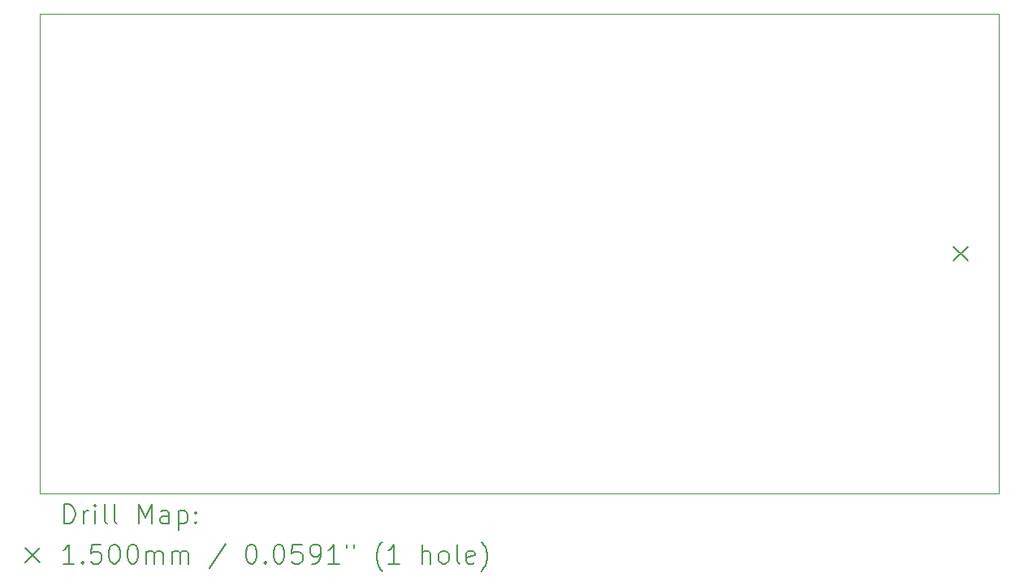
<source format=gbr>
%FSLAX45Y45*%
G04 Gerber Fmt 4.5, Leading zero omitted, Abs format (unit mm)*
G04 Created by KiCad (PCBNEW (6.0.0)) date 2022-01-21 17:22:49*
%MOMM*%
%LPD*%
G01*
G04 APERTURE LIST*
%TA.AperFunction,Profile*%
%ADD10C,0.100000*%
%TD*%
%ADD11C,0.200000*%
%ADD12C,0.150000*%
G04 APERTURE END LIST*
D10*
X20000000Y-15000000D02*
X10000000Y-15000000D01*
X10000000Y-15000000D02*
X10000000Y-10000000D01*
X10000000Y-10000000D02*
X20000000Y-10000000D01*
X20000000Y-10000000D02*
X20000000Y-15000000D01*
D11*
D12*
X19525000Y-12425000D02*
X19675000Y-12575000D01*
X19675000Y-12425000D02*
X19525000Y-12575000D01*
D11*
X10252619Y-15315476D02*
X10252619Y-15115476D01*
X10300238Y-15115476D01*
X10328810Y-15125000D01*
X10347857Y-15144048D01*
X10357381Y-15163095D01*
X10366905Y-15201190D01*
X10366905Y-15229762D01*
X10357381Y-15267857D01*
X10347857Y-15286905D01*
X10328810Y-15305952D01*
X10300238Y-15315476D01*
X10252619Y-15315476D01*
X10452619Y-15315476D02*
X10452619Y-15182143D01*
X10452619Y-15220238D02*
X10462143Y-15201190D01*
X10471667Y-15191667D01*
X10490714Y-15182143D01*
X10509762Y-15182143D01*
X10576429Y-15315476D02*
X10576429Y-15182143D01*
X10576429Y-15115476D02*
X10566905Y-15125000D01*
X10576429Y-15134524D01*
X10585952Y-15125000D01*
X10576429Y-15115476D01*
X10576429Y-15134524D01*
X10700238Y-15315476D02*
X10681190Y-15305952D01*
X10671667Y-15286905D01*
X10671667Y-15115476D01*
X10805000Y-15315476D02*
X10785952Y-15305952D01*
X10776429Y-15286905D01*
X10776429Y-15115476D01*
X11033571Y-15315476D02*
X11033571Y-15115476D01*
X11100238Y-15258333D01*
X11166905Y-15115476D01*
X11166905Y-15315476D01*
X11347857Y-15315476D02*
X11347857Y-15210714D01*
X11338333Y-15191667D01*
X11319286Y-15182143D01*
X11281190Y-15182143D01*
X11262143Y-15191667D01*
X11347857Y-15305952D02*
X11328809Y-15315476D01*
X11281190Y-15315476D01*
X11262143Y-15305952D01*
X11252619Y-15286905D01*
X11252619Y-15267857D01*
X11262143Y-15248809D01*
X11281190Y-15239286D01*
X11328809Y-15239286D01*
X11347857Y-15229762D01*
X11443095Y-15182143D02*
X11443095Y-15382143D01*
X11443095Y-15191667D02*
X11462143Y-15182143D01*
X11500238Y-15182143D01*
X11519286Y-15191667D01*
X11528809Y-15201190D01*
X11538333Y-15220238D01*
X11538333Y-15277381D01*
X11528809Y-15296428D01*
X11519286Y-15305952D01*
X11500238Y-15315476D01*
X11462143Y-15315476D01*
X11443095Y-15305952D01*
X11624048Y-15296428D02*
X11633571Y-15305952D01*
X11624048Y-15315476D01*
X11614524Y-15305952D01*
X11624048Y-15296428D01*
X11624048Y-15315476D01*
X11624048Y-15191667D02*
X11633571Y-15201190D01*
X11624048Y-15210714D01*
X11614524Y-15201190D01*
X11624048Y-15191667D01*
X11624048Y-15210714D01*
D12*
X9845000Y-15570000D02*
X9995000Y-15720000D01*
X9995000Y-15570000D02*
X9845000Y-15720000D01*
D11*
X10357381Y-15735476D02*
X10243095Y-15735476D01*
X10300238Y-15735476D02*
X10300238Y-15535476D01*
X10281190Y-15564048D01*
X10262143Y-15583095D01*
X10243095Y-15592619D01*
X10443095Y-15716428D02*
X10452619Y-15725952D01*
X10443095Y-15735476D01*
X10433571Y-15725952D01*
X10443095Y-15716428D01*
X10443095Y-15735476D01*
X10633571Y-15535476D02*
X10538333Y-15535476D01*
X10528810Y-15630714D01*
X10538333Y-15621190D01*
X10557381Y-15611667D01*
X10605000Y-15611667D01*
X10624048Y-15621190D01*
X10633571Y-15630714D01*
X10643095Y-15649762D01*
X10643095Y-15697381D01*
X10633571Y-15716428D01*
X10624048Y-15725952D01*
X10605000Y-15735476D01*
X10557381Y-15735476D01*
X10538333Y-15725952D01*
X10528810Y-15716428D01*
X10766905Y-15535476D02*
X10785952Y-15535476D01*
X10805000Y-15545000D01*
X10814524Y-15554524D01*
X10824048Y-15573571D01*
X10833571Y-15611667D01*
X10833571Y-15659286D01*
X10824048Y-15697381D01*
X10814524Y-15716428D01*
X10805000Y-15725952D01*
X10785952Y-15735476D01*
X10766905Y-15735476D01*
X10747857Y-15725952D01*
X10738333Y-15716428D01*
X10728810Y-15697381D01*
X10719286Y-15659286D01*
X10719286Y-15611667D01*
X10728810Y-15573571D01*
X10738333Y-15554524D01*
X10747857Y-15545000D01*
X10766905Y-15535476D01*
X10957381Y-15535476D02*
X10976429Y-15535476D01*
X10995476Y-15545000D01*
X11005000Y-15554524D01*
X11014524Y-15573571D01*
X11024048Y-15611667D01*
X11024048Y-15659286D01*
X11014524Y-15697381D01*
X11005000Y-15716428D01*
X10995476Y-15725952D01*
X10976429Y-15735476D01*
X10957381Y-15735476D01*
X10938333Y-15725952D01*
X10928810Y-15716428D01*
X10919286Y-15697381D01*
X10909762Y-15659286D01*
X10909762Y-15611667D01*
X10919286Y-15573571D01*
X10928810Y-15554524D01*
X10938333Y-15545000D01*
X10957381Y-15535476D01*
X11109762Y-15735476D02*
X11109762Y-15602143D01*
X11109762Y-15621190D02*
X11119286Y-15611667D01*
X11138333Y-15602143D01*
X11166905Y-15602143D01*
X11185952Y-15611667D01*
X11195476Y-15630714D01*
X11195476Y-15735476D01*
X11195476Y-15630714D02*
X11205000Y-15611667D01*
X11224048Y-15602143D01*
X11252619Y-15602143D01*
X11271667Y-15611667D01*
X11281190Y-15630714D01*
X11281190Y-15735476D01*
X11376428Y-15735476D02*
X11376428Y-15602143D01*
X11376428Y-15621190D02*
X11385952Y-15611667D01*
X11405000Y-15602143D01*
X11433571Y-15602143D01*
X11452619Y-15611667D01*
X11462143Y-15630714D01*
X11462143Y-15735476D01*
X11462143Y-15630714D02*
X11471667Y-15611667D01*
X11490714Y-15602143D01*
X11519286Y-15602143D01*
X11538333Y-15611667D01*
X11547857Y-15630714D01*
X11547857Y-15735476D01*
X11938333Y-15525952D02*
X11766905Y-15783095D01*
X12195476Y-15535476D02*
X12214524Y-15535476D01*
X12233571Y-15545000D01*
X12243095Y-15554524D01*
X12252619Y-15573571D01*
X12262143Y-15611667D01*
X12262143Y-15659286D01*
X12252619Y-15697381D01*
X12243095Y-15716428D01*
X12233571Y-15725952D01*
X12214524Y-15735476D01*
X12195476Y-15735476D01*
X12176428Y-15725952D01*
X12166905Y-15716428D01*
X12157381Y-15697381D01*
X12147857Y-15659286D01*
X12147857Y-15611667D01*
X12157381Y-15573571D01*
X12166905Y-15554524D01*
X12176428Y-15545000D01*
X12195476Y-15535476D01*
X12347857Y-15716428D02*
X12357381Y-15725952D01*
X12347857Y-15735476D01*
X12338333Y-15725952D01*
X12347857Y-15716428D01*
X12347857Y-15735476D01*
X12481190Y-15535476D02*
X12500238Y-15535476D01*
X12519286Y-15545000D01*
X12528809Y-15554524D01*
X12538333Y-15573571D01*
X12547857Y-15611667D01*
X12547857Y-15659286D01*
X12538333Y-15697381D01*
X12528809Y-15716428D01*
X12519286Y-15725952D01*
X12500238Y-15735476D01*
X12481190Y-15735476D01*
X12462143Y-15725952D01*
X12452619Y-15716428D01*
X12443095Y-15697381D01*
X12433571Y-15659286D01*
X12433571Y-15611667D01*
X12443095Y-15573571D01*
X12452619Y-15554524D01*
X12462143Y-15545000D01*
X12481190Y-15535476D01*
X12728809Y-15535476D02*
X12633571Y-15535476D01*
X12624048Y-15630714D01*
X12633571Y-15621190D01*
X12652619Y-15611667D01*
X12700238Y-15611667D01*
X12719286Y-15621190D01*
X12728809Y-15630714D01*
X12738333Y-15649762D01*
X12738333Y-15697381D01*
X12728809Y-15716428D01*
X12719286Y-15725952D01*
X12700238Y-15735476D01*
X12652619Y-15735476D01*
X12633571Y-15725952D01*
X12624048Y-15716428D01*
X12833571Y-15735476D02*
X12871667Y-15735476D01*
X12890714Y-15725952D01*
X12900238Y-15716428D01*
X12919286Y-15687857D01*
X12928809Y-15649762D01*
X12928809Y-15573571D01*
X12919286Y-15554524D01*
X12909762Y-15545000D01*
X12890714Y-15535476D01*
X12852619Y-15535476D01*
X12833571Y-15545000D01*
X12824048Y-15554524D01*
X12814524Y-15573571D01*
X12814524Y-15621190D01*
X12824048Y-15640238D01*
X12833571Y-15649762D01*
X12852619Y-15659286D01*
X12890714Y-15659286D01*
X12909762Y-15649762D01*
X12919286Y-15640238D01*
X12928809Y-15621190D01*
X13119286Y-15735476D02*
X13005000Y-15735476D01*
X13062143Y-15735476D02*
X13062143Y-15535476D01*
X13043095Y-15564048D01*
X13024048Y-15583095D01*
X13005000Y-15592619D01*
X13195476Y-15535476D02*
X13195476Y-15573571D01*
X13271667Y-15535476D02*
X13271667Y-15573571D01*
X13566905Y-15811667D02*
X13557381Y-15802143D01*
X13538333Y-15773571D01*
X13528809Y-15754524D01*
X13519286Y-15725952D01*
X13509762Y-15678333D01*
X13509762Y-15640238D01*
X13519286Y-15592619D01*
X13528809Y-15564048D01*
X13538333Y-15545000D01*
X13557381Y-15516428D01*
X13566905Y-15506905D01*
X13747857Y-15735476D02*
X13633571Y-15735476D01*
X13690714Y-15735476D02*
X13690714Y-15535476D01*
X13671667Y-15564048D01*
X13652619Y-15583095D01*
X13633571Y-15592619D01*
X13985952Y-15735476D02*
X13985952Y-15535476D01*
X14071667Y-15735476D02*
X14071667Y-15630714D01*
X14062143Y-15611667D01*
X14043095Y-15602143D01*
X14014524Y-15602143D01*
X13995476Y-15611667D01*
X13985952Y-15621190D01*
X14195476Y-15735476D02*
X14176428Y-15725952D01*
X14166905Y-15716428D01*
X14157381Y-15697381D01*
X14157381Y-15640238D01*
X14166905Y-15621190D01*
X14176428Y-15611667D01*
X14195476Y-15602143D01*
X14224048Y-15602143D01*
X14243095Y-15611667D01*
X14252619Y-15621190D01*
X14262143Y-15640238D01*
X14262143Y-15697381D01*
X14252619Y-15716428D01*
X14243095Y-15725952D01*
X14224048Y-15735476D01*
X14195476Y-15735476D01*
X14376428Y-15735476D02*
X14357381Y-15725952D01*
X14347857Y-15706905D01*
X14347857Y-15535476D01*
X14528809Y-15725952D02*
X14509762Y-15735476D01*
X14471667Y-15735476D01*
X14452619Y-15725952D01*
X14443095Y-15706905D01*
X14443095Y-15630714D01*
X14452619Y-15611667D01*
X14471667Y-15602143D01*
X14509762Y-15602143D01*
X14528809Y-15611667D01*
X14538333Y-15630714D01*
X14538333Y-15649762D01*
X14443095Y-15668809D01*
X14605000Y-15811667D02*
X14614524Y-15802143D01*
X14633571Y-15773571D01*
X14643095Y-15754524D01*
X14652619Y-15725952D01*
X14662143Y-15678333D01*
X14662143Y-15640238D01*
X14652619Y-15592619D01*
X14643095Y-15564048D01*
X14633571Y-15545000D01*
X14614524Y-15516428D01*
X14605000Y-15506905D01*
M02*

</source>
